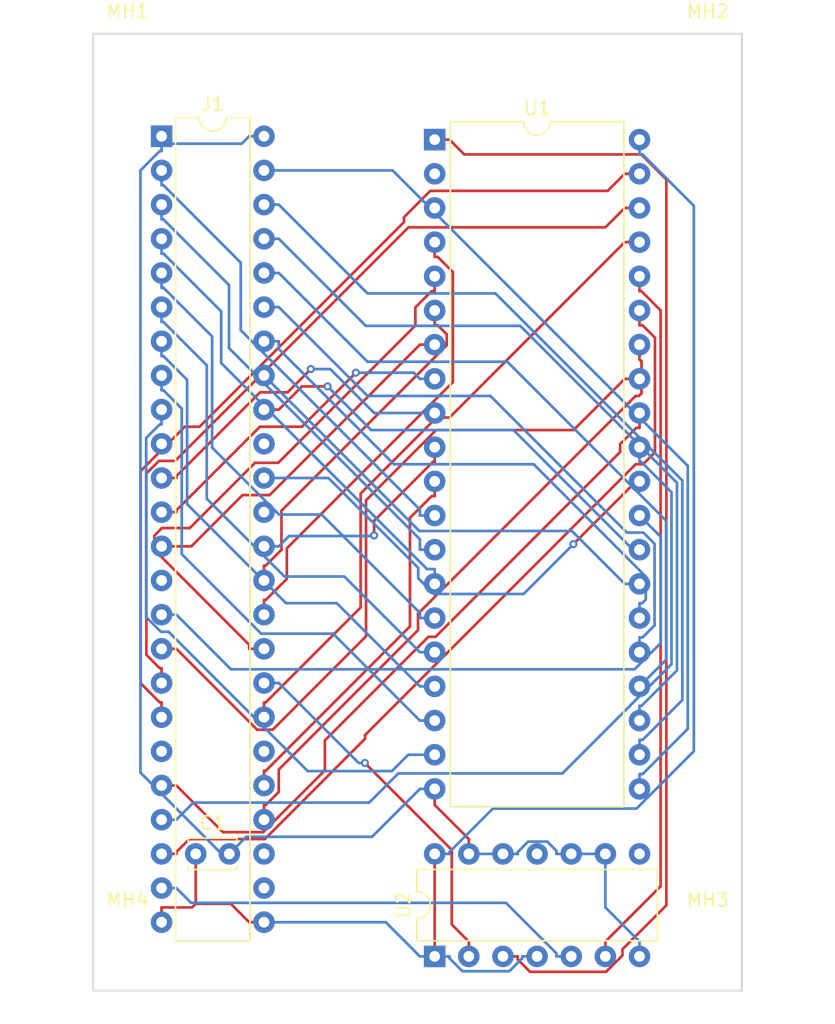
<source format=kicad_pcb>
(kicad_pcb (version 20211014) (generator pcbnew)
  (layers (0 "F.Cu" signal) (31 "B.Cu" signal) (34 "B.Paste" user) (35 "F.Paste" user) (36 "B.SilkS" user "B.Silkscreen") (37 "F.SilkS" user "F.Silkscreen") (38 "B.Mask" user) (39 "F.Mask" user) (44 "Edge.Cuts" user))
  (net 0 "")
  (net 1 "VCC")
  (net 2 "GND")
  (net 3 "Net-(J1-Pad30)")
  (net 4 "/P26")
  (net 5 "Net-(J1-Pad27)")
  (net 6 "/P27")
  (net 7 "/P47")
  (net 8 "/P46")
  (net 9 "Net-(J1-Pad26)")
  (net 10 "Net-(J1-Pad19)")
  (net 11 "/P25")
  (net 12 "/P24")
  (net 13 "/P23")
  (net 14 "/P22")
  (net 15 "/P21")
  (net 16 "/P20")
  (net 17 "/P34")
  (net 18 "Net-(J1-Pad10)")
  (net 19 "/P35")
  (net 20 "/P17")
  (net 21 "/P36")
  (net 22 "/P16")
  (net 23 "Net-(J1-Pad39)")
  (net 24 "/P15")
  (net 25 "/P40")
  (net 26 "/P14")
  (net 27 "/P13")
  (net 28 "/P42")
  (net 29 "/P12")
  (net 30 "/P11")
  (net 31 "/P44")
  (net 32 "/P10")
  (net 33 "/P45")
  (net 34 "Net-(U2-Pad11)")
  (net 35 "Net-(U2-Pad8)")
  (net 36 "Net-(U1-Pad3)")
  (net 37 "/P50")
  (net 38 "/P43")
  (net 39 "/P52")
  (net 40 "/P30")
  (net 41 "/P31")
  (net 42 "/P32")
  (net 43 "/P37")
  (net 44 "/P51")
  (net 45 "/P55")
  (net 46 "/P54")
  (net 47 "Net-(J1-Pad37)")
  (net 48 "Net-(U1-Pad36)")
  (net 49 "Net-(U1-Pad2)")
  (net 50 "Net-(U1-Pad1)")
  (net 51 "/P53")
  (net 52 "Net-(J1-Pad14)")
  (footprint "MountingHole:MountingHole_3.2mm_M3" (layer "F.Cu") (at 101 70)
    (fp_text reference "MH1" (at 0 -4.2) (layer "F.SilkS"))
    (fp_text value "MountingHole_3.2mm_M3")
    (pad "" np_thru_hole circle locked (at 0 0) (size 3.2 3.2) (drill 3.2) (layers *.Cu *.Mask))
  )
  (footprint "MountingHole:MountingHole_3.2mm_M3" (layer "F.Cu") (at 144.18 70)
    (fp_text reference "MH2" (at 0 -4.2) (layer "F.SilkS"))
    (fp_text value "MountingHole_3.2mm_M3")
    (pad "" np_thru_hole circle locked (at 0 0) (size 3.2 3.2) (drill 3.2) (layers *.Cu *.Mask))
  )
  (footprint "MountingHole:MountingHole_3.2mm_M3" (layer "F.Cu") (at 144.18 136.04)
    (fp_text reference "MH3" (at 0 -4.2) (layer "F.SilkS"))
    (fp_text value "MountingHole_3.2mm_M3")
    (pad "" np_thru_hole circle locked (at 0 0) (size 3.2 3.2) (drill 3.2) (layers *.Cu *.Mask))
  )
  (footprint "MountingHole:MountingHole_3.2mm_M3" (layer "F.Cu") (at 101 136.04)
    (fp_text reference "MH4" (at 0 -4.2) (layer "F.SilkS"))
    (fp_text value "MountingHole_3.2mm_M3")
    (pad "" np_thru_hole circle locked (at 0 0) (size 3.2 3.2) (drill 3.2) (layers *.Cu *.Mask))
  )
  (footprint "Capacitor_THT:C_Disc_D3.4mm_W2.1mm_P2.50mm" (layer "F.Cu") (at 106.08 128.42)
    (fp_text reference "C1" (at 1.25 -2.3) (layer "F.SilkS"))
    (fp_text value "0.1u")
    (fp_line (start -0.57 1.17) (end 3.07 1.17) (layer "F.SilkS") (width 0.12))
    (fp_line (start -0.57 -1.17) (end 3.07 -1.17) (layer "F.SilkS") (width 0.12))
    (fp_line (start 3.07 0.925) (end 3.07 1.17) (layer "F.SilkS") (width 0.12))
    (fp_line (start -0.57 -1.17) (end -0.57 -0.925) (layer "F.SilkS") (width 0.12))
    (fp_line (start -0.57 0.925) (end -0.57 1.17) (layer "F.SilkS") (width 0.12))
    (fp_line (start 3.07 -1.17) (end 3.07 -0.925) (layer "F.SilkS") (width 0.12))
    (pad "1" thru_hole circle locked (at 0 0) (size 1.6 1.6) (drill 0.8) (layers *.Cu *.Mask) (net 1 "VCC"))
    (pad "2" thru_hole circle locked (at 2.5 0) (size 1.6 1.6) (drill 0.8) (layers *.Cu *.Mask) (net 2 "GND"))
  )
  (footprint "0-LocalLibrary:DIP-48_W7.62mm" (layer "F.Cu") (at 103.54 75.08)
    (fp_text reference "J1" (at 3.81 -2.39) (layer "F.SilkS"))
    (fp_text value "BionicConnector")
    (fp_line (start 1.04 18.93) (end 1.04 59.81) (layer "F.SilkS") (width 0.12))
    (fp_line (start 6.58 -1.39) (end 4.81 -1.39) (layer "F.SilkS") (width 0.12))
    (fp_line (start 1.04 59.81) (end 6.58 59.81) (layer "F.SilkS") (width 0.12))
    (fp_line (start 1.04 -1.39) (end 1.04 39.49) (layer "F.SilkS") (width 0.12))
    (fp_line (start 6.58 59.81) (end 6.58 18.93) (layer "F.SilkS") (width 0.12))
    (fp_line (start 6.58 39.49) (end 6.58 -1.39) (layer "F.SilkS") (width 0.12))
    (fp_line (start 2.81 -1.39) (end 1.04 -1.39) (layer "F.SilkS") (width 0.12))
    (fp_arc (start 4.81 -1.39) (mid 3.81 -0.39) (end 2.81 -1.39) (layer "F.SilkS") (width 0.12))
    (pad "1" thru_hole rect locked (at 0 0) (size 1.6 1.6) (drill 0.8) (layers *.Cu *.Mask) (net 2 "GND"))
    (pad "2" thru_hole oval locked (at 0 2.54) (size 1.6 1.6) (drill 0.8) (layers *.Cu *.Mask) (net 32 "/P10"))
    (pad "3" thru_hole oval locked (at 0 5.08) (size 1.6 1.6) (drill 0.8) (layers *.Cu *.Mask) (net 30 "/P11"))
    (pad "4" thru_hole oval locked (at 0 7.62) (size 1.6 1.6) (drill 0.8) (layers *.Cu *.Mask) (net 29 "/P12"))
    (pad "5" thru_hole oval locked (at 0 10.16) (size 1.6 1.6) (drill 0.8) (layers *.Cu *.Mask) (net 27 "/P13"))
    (pad "6" thru_hole oval locked (at 0 12.7) (size 1.6 1.6) (drill 0.8) (layers *.Cu *.Mask) (net 26 "/P14"))
    (pad "7" thru_hole oval locked (at 0 15.24) (size 1.6 1.6) (drill 0.8) (layers *.Cu *.Mask) (net 24 "/P15"))
    (pad "8" thru_hole oval locked (at 0 17.78) (size 1.6 1.6) (drill 0.8) (layers *.Cu *.Mask) (net 22 "/P16"))
    (pad "9" thru_hole oval locked (at 0 20.32) (size 1.6 1.6) (drill 0.8) (layers *.Cu *.Mask) (net 20 "/P17"))
    (pad "10" thru_hole oval locked (at 0 22.86) (size 1.6 1.6) (drill 0.8) (layers *.Cu *.Mask) (net 18 "Net-(J1-Pad10)"))
    (pad "11" thru_hole oval locked (at 0 25.4) (size 1.6 1.6) (drill 0.8) (layers *.Cu *.Mask) (net 40 "/P30"))
    (pad "12" thru_hole oval locked (at 0 27.94) (size 1.6 1.6) (drill 0.8) (layers *.Cu *.Mask) (net 41 "/P31"))
    (pad "13" thru_hole oval locked (at 0 30.48) (size 1.6 1.6) (drill 0.8) (layers *.Cu *.Mask) (net 42 "/P32"))
    (pad "14" thru_hole oval locked (at 0 33.02) (size 1.6 1.6) (drill 0.8) (layers *.Cu *.Mask) (net 52 "Net-(J1-Pad14)"))
    (pad "15" thru_hole oval locked (at 0 35.56) (size 1.6 1.6) (drill 0.8) (layers *.Cu *.Mask) (net 17 "/P34"))
    (pad "16" thru_hole oval locked (at 0 38.1) (size 1.6 1.6) (drill 0.8) (layers *.Cu *.Mask) (net 19 "/P35"))
    (pad "17" thru_hole oval locked (at 0 40.64) (size 1.6 1.6) (drill 0.8) (layers *.Cu *.Mask) (net 21 "/P36"))
    (pad "18" thru_hole oval locked (at 0 43.18) (size 1.6 1.6) (drill 0.8) (layers *.Cu *.Mask) (net 43 "/P37"))
    (pad "19" thru_hole oval locked (at 0 45.72) (size 1.6 1.6) (drill 0.8) (layers *.Cu *.Mask) (net 10 "Net-(J1-Pad19)"))
    (pad "20" thru_hole oval locked (at 0 48.26) (size 1.6 1.6) (drill 0.8) (layers *.Cu *.Mask) (net 37 "/P50"))
    (pad "21" thru_hole oval locked (at 0 50.8) (size 1.6 1.6) (drill 0.8) (layers *.Cu *.Mask) (net 44 "/P51"))
    (pad "22" thru_hole oval locked (at 0 53.34) (size 1.6 1.6) (drill 0.8) (layers *.Cu *.Mask) (net 39 "/P52"))
    (pad "23" thru_hole oval locked (at 0 55.88) (size 1.6 1.6) (drill 0.8) (layers *.Cu *.Mask) (net 51 "/P53"))
    (pad "24" thru_hole oval locked (at 0 58.42) (size 1.6 1.6) (drill 0.8) (layers *.Cu *.Mask) (net 1 "VCC"))
    (pad "25" thru_hole oval locked (at 7.62 58.42) (size 1.6 1.6) (drill 0.8) (layers *.Cu *.Mask) (net 1 "VCC"))
    (pad "26" thru_hole oval locked (at 7.62 55.88) (size 1.6 1.6) (drill 0.8) (layers *.Cu *.Mask) (net 9 "Net-(J1-Pad26)"))
    (pad "27" thru_hole oval locked (at 7.62 53.34) (size 1.6 1.6) (drill 0.8) (layers *.Cu *.Mask) (net 5 "Net-(J1-Pad27)"))
    (pad "28" thru_hole oval locked (at 7.62 50.8) (size 1.6 1.6) (drill 0.8) (layers *.Cu *.Mask) (net 45 "/P55"))
    (pad "29" thru_hole oval locked (at 7.62 48.26) (size 1.6 1.6) (drill 0.8) (layers *.Cu *.Mask) (net 46 "/P54"))
    (pad "30" thru_hole oval locked (at 7.62 45.72) (size 1.6 1.6) (drill 0.8) (layers *.Cu *.Mask) (net 3 "Net-(J1-Pad30)"))
    (pad "31" thru_hole oval locked (at 7.62 43.18) (size 1.6 1.6) (drill 0.8) (layers *.Cu *.Mask) (net 7 "/P47"))
    (pad "32" thru_hole oval locked (at 7.62 40.64) (size 1.6 1.6) (drill 0.8) (layers *.Cu *.Mask) (net 8 "/P46"))
    (pad "33" thru_hole oval locked (at 7.62 38.1) (size 1.6 1.6) (drill 0.8) (layers *.Cu *.Mask) (net 33 "/P45"))
    (pad "34" thru_hole oval locked (at 7.62 35.56) (size 1.6 1.6) (drill 0.8) (layers *.Cu *.Mask) (net 31 "/P44"))
    (pad "35" thru_hole oval locked (at 7.62 33.02) (size 1.6 1.6) (drill 0.8) (layers *.Cu *.Mask) (net 38 "/P43"))
    (pad "36" thru_hole oval locked (at 7.62 30.48) (size 1.6 1.6) (drill 0.8) (layers *.Cu *.Mask) (net 28 "/P42"))
    (pad "37" thru_hole oval locked (at 7.62 27.94) (size 1.6 1.6) (drill 0.8) (layers *.Cu *.Mask) (net 47 "Net-(J1-Pad37)"))
    (pad "38" thru_hole oval locked (at 7.62 25.4) (size 1.6 1.6) (drill 0.8) (layers *.Cu *.Mask) (net 25 "/P40"))
    (pad "39" thru_hole oval locked (at 7.62 22.86) (size 1.6 1.6) (drill 0.8) (layers *.Cu *.Mask) (net 23 "Net-(J1-Pad39)"))
    (pad "40" thru_hole oval locked (at 7.62 20.32) (size 1.6 1.6) (drill 0.8) (layers *.Cu *.Mask) (net 6 "/P27"))
    (pad "41" thru_hole oval locked (at 7.62 17.78) (size 1.6 1.6) (drill 0.8) (layers *.Cu *.Mask) (net 4 "/P26"))
    (pad "42" thru_hole oval locked (at 7.62 15.24) (size 1.6 1.6) (drill 0.8) (layers *.Cu *.Mask) (net 11 "/P25"))
    (pad "43" thru_hole oval locked (at 7.62 12.7) (size 1.6 1.6) (drill 0.8) (layers *.Cu *.Mask) (net 12 "/P24"))
    (pad "44" thru_hole oval locked (at 7.62 10.16) (size 1.6 1.6) (drill 0.8) (layers *.Cu *.Mask) (net 13 "/P23"))
    (pad "45" thru_hole oval locked (at 7.62 7.62) (size 1.6 1.6) (drill 0.8) (layers *.Cu *.Mask) (net 14 "/P22"))
    (pad "46" thru_hole oval locked (at 7.62 5.08) (size 1.6 1.6) (drill 0.8) (layers *.Cu *.Mask) (net 15 "/P21"))
    (pad "47" thru_hole oval locked (at 7.62 2.54) (size 1.6 1.6) (drill 0.8) (layers *.Cu *.Mask) (net 16 "/P20"))
    (pad "48" thru_hole oval locked (at 7.62 0) (size 1.6 1.6) (drill 0.8) (layers *.Cu *.Mask) (net 2 "GND"))
  )
  (footprint "Package_DIP:DIP-40_W15.24mm" (layer "F.Cu") (at 123.86 75.33)
    (fp_text reference "U1" (at 7.62 -2.33) (layer "F.SilkS"))
    (fp_text value "MSM80C85AH")
    (fp_line (start 6.62 -1.33) (end 1.16 -1.33) (layer "F.SilkS") (width 0.12))
    (fp_line (start 14.08 49.59) (end 14.08 -1.33) (layer "F.SilkS") (width 0.12))
    (fp_line (start 1.16 49.59) (end 14.08 49.59) (layer "F.SilkS") (width 0.12))
    (fp_line (start 14.08 -1.33) (end 8.62 -1.33) (layer "F.SilkS") (width 0.12))
    (fp_line (start 1.16 -1.33) (end 1.16 49.59) (layer "F.SilkS") (width 0.12))
    (fp_arc (start 8.62 -1.33) (mid 7.62 -0.33) (end 6.62 -1.33) (layer "F.SilkS") (width 0.12))
    (pad "1" thru_hole rect locked (at 0 0) (size 1.6 1.6) (drill 0.8) (layers *.Cu *.Mask) (net 50 "Net-(U1-Pad1)"))
    (pad "2" thru_hole oval locked (at 0 2.54) (size 1.6 1.6) (drill 0.8) (layers *.Cu *.Mask) (net 49 "Net-(U1-Pad2)"))
    (pad "3" thru_hole oval locked (at 0 5.08) (size 1.6 1.6) (drill 0.8) (layers *.Cu *.Mask) (net 36 "Net-(U1-Pad3)"))
    (pad "4" thru_hole oval locked (at 0 7.62) (size 1.6 1.6) (drill 0.8) (layers *.Cu *.Mask) (net 31 "/P44"))
    (pad "5" thru_hole oval locked (at 0 10.16) (size 1.6 1.6) (drill 0.8) (layers *.Cu *.Mask) (net 33 "/P45"))
    (pad "6" thru_hole oval locked (at 0 12.7) (size 1.6 1.6) (drill 0.8) (layers *.Cu *.Mask) (net 38 "/P43"))
    (pad "7" thru_hole oval locked (at 0 15.24) (size 1.6 1.6) (drill 0.8) (layers *.Cu *.Mask) (net 42 "/P32"))
    (pad "8" thru_hole oval locked (at 0 17.78) (size 1.6 1.6) (drill 0.8) (layers *.Cu *.Mask) (net 41 "/P31"))
    (pad "9" thru_hole oval locked (at 0 20.32) (size 1.6 1.6) (drill 0.8) (layers *.Cu *.Mask) (net 40 "/P30"))
    (pad "10" thru_hole oval locked (at 0 22.86) (size 1.6 1.6) (drill 0.8) (layers *.Cu *.Mask) (net 28 "/P42"))
    (pad "11" thru_hole oval locked (at 0 25.4) (size 1.6 1.6) (drill 0.8) (layers *.Cu *.Mask) (net 46 "/P54"))
    (pad "12" thru_hole oval locked (at 0 27.94) (size 1.6 1.6) (drill 0.8) (layers *.Cu *.Mask) (net 32 "/P10"))
    (pad "13" thru_hole oval locked (at 0 30.48) (size 1.6 1.6) (drill 0.8) (layers *.Cu *.Mask) (net 30 "/P11"))
    (pad "14" thru_hole oval locked (at 0 33.02) (size 1.6 1.6) (drill 0.8) (layers *.Cu *.Mask) (net 29 "/P12"))
    (pad "15" thru_hole oval locked (at 0 35.56) (size 1.6 1.6) (drill 0.8) (layers *.Cu *.Mask) (net 27 "/P13"))
    (pad "16" thru_hole oval locked (at 0 38.1) (size 1.6 1.6) (drill 0.8) (layers *.Cu *.Mask) (net 26 "/P14"))
    (pad "17" thru_hole oval locked (at 0 40.64) (size 1.6 1.6) (drill 0.8) (layers *.Cu *.Mask) (net 24 "/P15"))
    (pad "18" thru_hole oval locked (at 0 43.18) (size 1.6 1.6) (drill 0.8) (layers *.Cu *.Mask) (net 22 "/P16"))
    (pad "19" thru_hole oval locked (at 0 45.72) (size 1.6 1.6) (drill 0.8) (layers *.Cu *.Mask) (net 20 "/P17"))
    (pad "20" thru_hole oval locked (at 0 48.26) (size 1.6 1.6) (drill 0.8) (layers *.Cu *.Mask) (net 2 "GND"))
    (pad "21" thru_hole oval locked (at 15.24 48.26) (size 1.6 1.6) (drill 0.8) (layers *.Cu *.Mask) (net 16 "/P20"))
    (pad "22" thru_hole oval locked (at 15.24 45.72) (size 1.6 1.6) (drill 0.8) (layers *.Cu *.Mask) (net 15 "/P21"))
    (pad "23" thru_hole oval locked (at 15.24 43.18) (size 1.6 1.6) (drill 0.8) (layers *.Cu *.Mask) (net 14 "/P22"))
    (pad "24" thru_hole oval locked (at 15.24 40.64) (size 1.6 1.6) (drill 0.8) (layers *.Cu *.Mask) (net 13 "/P23"))
    (pad "25" thru_hole oval locked (at 15.24 38.1) (size 1.6 1.6) (drill 0.8) (layers *.Cu *.Mask) (net 12 "/P24"))
    (pad "26" thru_hole oval locked (at 15.24 35.56) (size 1.6 1.6) (drill 0.8) (layers *.Cu *.Mask) (net 11 "/P25"))
    (pad "27" thru_hole oval locked (at 15.24 33.02) (size 1.6 1.6) (drill 0.8) (layers *.Cu *.Mask) (net 4 "/P26"))
    (pad "28" thru_hole oval locked (at 15.24 30.48) (size 1.6 1.6) (drill 0.8) (layers *.Cu *.Mask) (net 6 "/P27"))
    (pad "29" thru_hole oval locked (at 15.24 27.94) (size 1.6 1.6) (drill 0.8) (layers *.Cu *.Mask) (net 17 "/P34"))
    (pad "30" thru_hole oval locked (at 15.24 25.4) (size 1.6 1.6) (drill 0.8) (layers *.Cu *.Mask) (net 25 "/P40"))
    (pad "31" thru_hole oval locked (at 15.24 22.86) (size 1.6 1.6) (drill 0.8) (layers *.Cu *.Mask) (net 44 "/P51"))
    (pad "32" thru_hole oval locked (at 15.24 20.32) (size 1.6 1.6) (drill 0.8) (layers *.Cu *.Mask) (net 37 "/P50"))
    (pad "33" thru_hole oval locked (at 15.24 17.78) (size 1.6 1.6) (drill 0.8) (layers *.Cu *.Mask) (net 19 "/P35"))
    (pad "34" thru_hole oval locked (at 15.24 15.24) (size 1.6 1.6) (drill 0.8) (layers *.Cu *.Mask) (net 45 "/P55"))
    (pad "35" thru_hole oval locked (at 15.24 12.7) (size 1.6 1.6) (drill 0.8) (layers *.Cu *.Mask) (net 39 "/P52"))
    (pad "36" thru_hole oval locked (at 15.24 10.16) (size 1.6 1.6) (drill 0.8) (layers *.Cu *.Mask) (net 48 "Net-(U1-Pad36)"))
    (pad "37" thru_hole oval locked (at 15.24 7.62) (size 1.6 1.6) (drill 0.8) (layers *.Cu *.Mask) (net 7 "/P47"))
    (pad "38" thru_hole oval locked (at 15.24 5.08) (size 1.6 1.6) (drill 0.8) (layers *.Cu *.Mask) (net 21 "/P36"))
    (pad "39" thru_hole oval locked (at 15.24 2.54) (size 1.6 1.6) (drill 0.8) (layers *.Cu *.Mask) (net 43 "/P37"))
    (pad "40" thru_hole oval locked (at 15.24 0) (size 1.6 1.6) (drill 0.8) (layers *.Cu *.Mask) (net 1 "VCC"))
  )
  (footprint "Package_DIP:DIP-14_W7.62mm" (layer "F.Cu") (at 123.86 136.04 90)
    (fp_text reference "U2" (at 3.81 -2.33 90) (layer "F.SilkS"))
    (fp_text value "74HCT126")
    (fp_line (start 2.81 -1.33) (end 1.16 -1.33) (layer "F.SilkS") (width 0.12))
    (fp_line (start 1.16 16.57) (end 6.46 16.57) (layer "F.SilkS") (width 0.12))
    (fp_line (start 6.46 -1.33) (end 4.81 -1.33) (layer "F.SilkS") (width 0.12))
    (fp_line (start 1.16 -1.33) (end 1.16 16.57) (layer "F.SilkS") (width 0.12))
    (fp_line (start 6.46 16.57) (end 6.46 -1.33) (layer "F.SilkS") (width 0.12))
    (fp_arc (start 4.81 -1.33) (mid 3.81 -0.33) (end 2.81 -1.33) (layer "F.SilkS") (width 0.12))
    (pad "1" thru_hole rect locked (at 0 0 90) (size 1.6 1.6) (drill 0.8) (layers *.Cu *.Mask) (net 1 "VCC"))
    (pad "2" thru_hole oval locked (at 0 2.54 90) (size 1.6 1.6) (drill 0.8) (layers *.Cu *.Mask) (net 8 "/P46"))
    (pad "3" thru_hole oval locked (at 0 5.08 90) (size 1.6 1.6) (drill 0.8) (layers *.Cu *.Mask) (net 50 "Net-(U1-Pad1)"))
    (pad "4" thru_hole oval locked (at 0 7.62 90) (size 1.6 1.6) (drill 0.8) (layers *.Cu *.Mask) (net 1 "VCC"))
    (pad "5" thru_hole oval locked (at 0 10.16 90) (size 1.6 1.6) (drill 0.8) (layers *.Cu *.Mask) (net 51 "/P53"))
    (pad "6" thru_hole oval locked (at 0 12.7 90) (size 1.6 1.6) (drill 0.8) (layers *.Cu *.Mask) (net 48 "Net-(U1-Pad36)"))
    (pad "7" thru_hole oval locked (at 0 15.24 90) (size 1.6 1.6) (drill 0.8) (layers *.Cu *.Mask) (net 2 "GND"))
    (pad "8" thru_hole oval locked (at 7.62 15.24 90) (size 1.6 1.6) (drill 0.8) (layers *.Cu *.Mask) (net 35 "Net-(U2-Pad8)"))
    (pad "9" thru_hole oval locked (at 7.62 12.7 90) (size 1.6 1.6) (drill 0.8) (layers *.Cu *.Mask) (net 2 "GND"))
    (pad "10" thru_hole oval locked (at 7.62 10.16 90) (size 1.6 1.6) (drill 0.8) (layers *.Cu *.Mask) (net 2 "GND"))
    (pad "11" thru_hole oval locked (at 7.62 7.62 90) (size 1.6 1.6) (drill 0.8) (layers *.Cu *.Mask) (net 34 "Net-(U2-Pad11)"))
    (pad "12" thru_hole oval locked (at 7.62 5.08 90) (size 1.6 1.6) (drill 0.8) (layers *.Cu *.Mask) (net 2 "GND"))
    (pad "13" thru_hole oval locked (at 7.62 2.54 90) (size 1.6 1.6) (drill 0.8) (layers *.Cu *.Mask) (net 2 "GND"))
    (pad "14" thru_hole oval locked (at 7.62 0 90) (size 1.6 1.6) (drill 0.8) (layers *.Cu *.Mask) (net 1 "VCC"))
  )
  (gr_line (start 98.46 138.58) (end 98.46 67.46) (layer "Edge.Cuts") (width 0.15))
  (gr_line (start 146.72 138.58) (end 98.46 138.58) (layer "Edge.Cuts") (width 0.15))
  (gr_line (start 98.46 67.46) (end 146.72 67.46) (layer "Edge.Cuts") (width 0.15))
  (gr_line (start 146.72 67.46) (end 146.72 138.58) (layer "Edge.Cuts") (width 0.15))
  (segment (start 106.08 132.1299) (end 108.6896 132.1299) (width 0.2) (layer "F.Cu") (net 1))
  (segment (start 108.6896 132.1299) (end 110.0597 133.5) (width 0.2) (layer "F.Cu") (net 1))
  (segment (start 111.16 133.5) (end 110.0597 133.5) (width 0.2) (layer "F.Cu") (net 1))
  (segment (start 106.08 128.42) (end 106.08 132.1299) (width 0.2) (layer "F.Cu") (net 1))
  (segment (start 105.8102 132.3997) (end 106.08 132.1299) (width 0.2) (layer "F.Cu") (net 1))
  (segment (start 103.54 132.3997) (end 105.8102 132.3997) (width 0.2) (layer "F.Cu") (net 1))
  (segment (start 123.86 136.04) (end 123.86 128.42) (width 0.2) (layer "F.Cu") (net 1))
  (segment (start 103.54 133.5) (end 103.54 132.3997) (width 0.2) (layer "F.Cu") (net 1))
  (segment (start 120.2197 133.5) (end 122.7597 136.04) (width 0.2) (layer "B.Cu") (net 1))
  (segment (start 123.86 136.04) (end 124.9603 136.04) (width 0.2) (layer "B.Cu") (net 1))
  (segment (start 123.86 136.04) (end 122.7597 136.04) (width 0.2) (layer "B.Cu") (net 1))
  (segment (start 125.9229 137.1403) (end 124.9603 136.1777) (width 0.2) (layer "B.Cu") (net 1))
  (segment (start 129.4169 137.1403) (end 125.9229 137.1403) (width 0.2) (layer "B.Cu") (net 1))
  (segment (start 131.48 136.04) (end 130.3797 136.04) (width 0.2) (layer "B.Cu") (net 1))
  (segment (start 143.1435 120.7907) (end 143.1435 80.2458) (width 0.2) (layer "B.Cu") (net 1))
  (segment (start 111.16 133.5) (end 120.2197 133.5) (width 0.2) (layer "B.Cu") (net 1))
  (segment (start 124.9603 128.2825) (end 128.191 125.0518) (width 0.2) (layer "B.Cu") (net 1))
  (segment (start 124.9603 128.42) (end 124.9603 128.2825) (width 0.2) (layer "B.Cu") (net 1))
  (segment (start 124.9603 136.1777) (end 124.9603 136.04) (width 0.2) (layer "B.Cu") (net 1))
  (segment (start 130.3797 136.1775) (end 129.4169 137.1403) (width 0.2) (layer "B.Cu") (net 1))
  (segment (start 130.3797 136.04) (end 130.3797 136.1775) (width 0.2) (layer "B.Cu") (net 1))
  (segment (start 139.1 75.33) (end 139.1 76.4303) (width 0.2) (layer "B.Cu") (net 1))
  (segment (start 138.8824 125.0518) (end 143.1435 120.7907) (width 0.2) (layer "B.Cu") (net 1))
  (segment (start 123.86 128.42) (end 124.9603 128.42) (width 0.2) (layer "B.Cu") (net 1))
  (segment (start 139.328 76.4303) (end 139.1 76.4303) (width 0.2) (layer "B.Cu") (net 1))
  (segment (start 143.1435 80.2458) (end 139.328 76.4303) (width 0.2) (layer "B.Cu") (net 1))
  (segment (start 128.191 125.0518) (end 138.8824 125.0518) (width 0.2) (layer "B.Cu") (net 1))
  (segment (start 126.4 128.42) (end 126.4 127.3197) (width 0.2) (layer "F.Cu") (net 2))
  (segment (start 123.86 123.59) (end 123.86 124.7797) (width 0.2) (layer "F.Cu") (net 2))
  (segment (start 123.86 124.7797) (end 126.4 127.3197) (width 0.2) (layer "F.Cu") (net 2))
  (segment (start 108.58 128.42) (end 109.85 127.15) (width 0.2) (layer "B.Cu") (net 2))
  (segment (start 128.94 128.42) (end 130.0403 128.42) (width 0.2) (layer "B.Cu") (net 2))
  (segment (start 130.0403 128.2825) (end 130.8153 127.5075) (width 0.2) (layer "B.Cu") (net 2))
  (segment (start 132.2352 127.5075) (end 132.9197 128.192) (width 0.2) (layer "B.Cu") (net 2))
  (segment (start 101.9672 77.6156) (end 103.4025 76.1803) (width 0.2) (layer "B.Cu") (net 2))
  (segment (start 132.9197 128.192) (end 132.9197 128.42) (width 0.2) (layer "B.Cu") (net 2))
  (segment (start 108.58 128.42) (end 108.0068 128.42) (width 0.2) (layer "B.Cu") (net 2))
  (segment (start 136.56 132.3997) (end 139.1 134.9397) (width 0.2) (layer "B.Cu") (net 2))
  (segment (start 126.4 128.42) (end 128.94 128.42) (width 0.2) (layer "B.Cu") (net 2))
  (segment (start 109.5096 75.6301) (end 110.0597 75.08) (width 0.2) (layer "B.Cu") (net 2))
  (segment (start 136.56 128.42) (end 136.56 132.3997) (width 0.2) (layer "B.Cu") (net 2))
  (segment (start 103.54 75.08) (end 103.54 75.6301) (width 0.2) (layer "B.Cu") (net 2))
  (segment (start 130.8153 127.5075) (end 132.2352 127.5075) (width 0.2) (layer "B.Cu") (net 2))
  (segment (start 134.02 128.42) (end 132.9197 128.42) (width 0.2) (layer "B.Cu") (net 2))
  (segment (start 119.1997 127.15) (end 122.7597 123.59) (width 0.2) (layer "B.Cu") (net 2))
  (segment (start 103.4025 76.1803) (end 103.54 76.1803) (width 0.2) (layer "B.Cu") (net 2))
  (segment (start 111.16 75.08) (end 110.0597 75.08) (width 0.2) (layer "B.Cu") (net 2))
  (segment (start 101.9672 122.3804) (end 101.9672 77.6156) (width 0.2) (layer "B.Cu") (net 2))
  (segment (start 103.54 75.6301) (end 103.54 76.1803) (width 0.2) (layer "B.Cu") (net 2))
  (segment (start 136.56 128.42) (end 134.02 128.42) (width 0.2) (layer "B.Cu") (net 2))
  (segment (start 103.54 75.6301) (end 109.5096 75.6301) (width 0.2) (layer "B.Cu") (net 2))
  (segment (start 123.86 123.59) (end 122.7597 123.59) (width 0.2) (layer "B.Cu") (net 2))
  (segment (start 139.1 136.04) (end 139.1 134.9397) (width 0.2) (layer "B.Cu") (net 2))
  (segment (start 108.0068 128.42) (end 101.9672 122.3804) (width 0.2) (layer "B.Cu") (net 2))
  (segment (start 109.85 127.15) (end 119.1997 127.15) (width 0.2) (layer "B.Cu") (net 2))
  (segment (start 130.0403 128.42) (end 130.0403 128.2825) (width 0.2) (layer "B.Cu") (net 2))
  (segment (start 139.1 108.35) (end 137.9997 108.35) (width 0.2) (layer "B.Cu") (net 4))
  (segment (start 111.16 92.86) (end 122.7188 104.4188) (width 0.2) (layer "B.Cu") (net 4))
  (segment (start 122.7188 104.4188) (end 134.0685 104.4188) (width 0.2) (layer "B.Cu") (net 4))
  (segment (start 134.0685 104.4188) (end 137.9997 108.35) (width 0.2) (layer "B.Cu") (net 4))
  (segment (start 112.2603 95.4) (end 113.9877 93.6726) (width 0.2) (layer "F.Cu") (net 6))
  (segment (start 113.9877 93.6726) (end 115.8922 93.6726) (width 0.2) (layer "F.Cu") (net 6))
  (segment (start 111.16 95.4) (end 112.2603 95.4) (width 0.2) (layer "F.Cu") (net 6))
  (via (at 115.8922 93.6726) (size 0.6) (drill 0.3) (layers "F.Cu" "B.Cu") (net 6))
  (segment (start 115.8922 93.6726) (end 119.1396 96.92) (width 0.2) (layer "B.Cu") (net 6))
  (segment (start 119.1396 96.92) (end 129.7267 96.92) (width 0.2) (layer "B.Cu") (net 6))
  (segment (start 138.6167 105.81) (end 139.1 105.81) (width 0.2) (layer "B.Cu") (net 6))
  (segment (start 129.7267 96.92) (end 138.6167 105.81) (width 0.2) (layer "B.Cu") (net 6))
  (segment (start 118.3524 101.6331) (end 118.3524 110.1048) (width 0.2) (layer "F.Cu") (net 7))
  (segment (start 111.2975 117.1597) (end 111.16 117.1597) (width 0.2) (layer "F.Cu") (net 7))
  (segment (start 111.16 118.26) (end 111.16 117.1597) (width 0.2) (layer "F.Cu") (net 7))
  (segment (start 139.1 82.95) (end 137.9997 82.95) (width 0.2) (layer "F.Cu") (net 7))
  (segment (start 123.9993 95.9862) (end 118.3524 101.6331) (width 0.2) (layer "F.Cu") (net 7))
  (segment (start 124.9635 95.9862) (end 123.9993 95.9862) (width 0.2) (layer "F.Cu") (net 7))
  (segment (start 118.3524 110.1048) (end 111.2975 117.1597) (width 0.2) (layer "F.Cu") (net 7))
  (segment (start 137.9997 82.95) (end 124.9635 95.9862) (width 0.2) (layer "F.Cu") (net 7))
  (segment (start 126.4 136.04) (end 126.4 134.9397) (width 0.2) (layer "F.Cu") (net 8))
  (segment (start 118.6661 121.6643) (end 125.13 128.1282) (width 0.2) (layer "F.Cu") (net 8))
  (segment (start 125.13 133.6697) (end 126.4 134.9397) (width 0.2) (layer "F.Cu") (net 8))
  (segment (start 125.13 128.1282) (end 125.13 133.6697) (width 0.2) (layer "F.Cu") (net 8))
  (via (at 118.6661 121.6643) (size 0.6) (drill 0.3) (layers "F.Cu" "B.Cu") (net 8))
  (segment (start 118.2046 121.6643) (end 118.6661 121.6643) (width 0.2) (layer "B.Cu") (net 8))
  (segment (start 111.16 115.72) (end 112.2603 115.72) (width 0.2) (layer "B.Cu") (net 8))
  (segment (start 112.2603 115.72) (end 118.2046 121.6643) (width 0.2) (layer "B.Cu") (net 8))
  (segment (start 139.1 110.89) (end 139.1 109.7897) (width 0.2) (layer "B.Cu") (net 11))
  (segment (start 139.5672 107.8024) (end 139.5672 109.516) (width 0.2) (layer "B.Cu") (net 11))
  (segment (start 139.2935 109.7897) (end 139.1 109.7897) (width 0.2) (layer "B.Cu") (net 11))
  (segment (start 120.8275 99.46) (end 131.2248 99.46) (width 0.2) (layer "B.Cu") (net 11))
  (segment (start 111.16 90.32) (end 112.2603 90.32) (width 0.2) (layer "B.Cu") (net 11))
  (segment (start 131.2248 99.46) (end 139.5672 107.8024) (width 0.2) (layer "B.Cu") (net 11))
  (segment (start 112.2603 90.8928) (end 120.8275 99.46) (width 0.2) (layer "B.Cu") (net 11))
  (segment (start 139.5672 109.516) (end 139.2935 109.7897) (width 0.2) (layer "B.Cu") (net 11))
  (segment (start 112.2603 90.32) (end 112.2603 90.8928) (width 0.2) (layer "B.Cu") (net 11))
  (segment (start 118.8603 94.38) (end 128.0031 94.38) (width 0.2) (layer "B.Cu") (net 12))
  (segment (start 112.2603 87.78) (end 118.8603 94.38) (width 0.2) (layer "B.Cu") (net 12))
  (segment (start 128.0031 94.38) (end 138.1631 104.54) (width 0.2) (layer "B.Cu") (net 12))
  (segment (start 139.1 113.43) (end 139.1 112.3297) (width 0.2) (layer "B.Cu") (net 12))
  (segment (start 140.2218 105.3746) (end 140.2218 111.4359) (width 0.2) (layer "B.Cu") (net 12))
  (segment (start 139.328 112.3297) (end 139.1 112.3297) (width 0.2) (layer "B.Cu") (net 12))
  (segment (start 138.1631 104.54) (end 139.3872 104.54) (width 0.2) (layer "B.Cu") (net 12))
  (segment (start 111.16 87.78) (end 112.2603 87.78) (width 0.2) (layer "B.Cu") (net 12))
  (segment (start 139.3872 104.54) (end 140.2218 105.3746) (width 0.2) (layer "B.Cu") (net 12))
  (segment (start 140.2218 111.4359) (end 139.328 112.3297) (width 0.2) (layer "B.Cu") (net 12))
  (segment (start 141.0782 113.9918) (end 139.1 115.97) (width 0.2) (layer "B.Cu") (net 13))
  (segment (start 129.2653 91.84) (end 141.0782 103.6529) (width 0.2) (layer "B.Cu") (net 13))
  (segment (start 112.2603 85.24) (end 118.8603 91.84) (width 0.2) (layer "B.Cu") (net 13))
  (segment (start 141.0782 103.6529) (end 141.0782 113.9918) (width 0.2) (layer "B.Cu") (net 13))
  (segment (start 111.16 85.24) (end 112.2603 85.24) (width 0.2) (layer "B.Cu") (net 13))
  (segment (start 118.8603 91.84) (end 129.2653 91.84) (width 0.2) (layer "B.Cu") (net 13))
  (segment (start 112.2603 82.7) (end 118.7308 89.1705) (width 0.2) (layer "B.Cu") (net 14))
  (segment (start 139.1 118.51) (end 139.1 117.4097) (width 0.2) (layer "B.Cu") (net 14))
  (segment (start 130.2248 89.1705) (end 141.8874 100.8331) (width 0.2) (layer "B.Cu") (net 14))
  (segment (start 118.7308 89.1705) (end 130.2248 89.1705) (width 0.2) (layer "B.Cu") (net 14))
  (segment (start 141.8874 114.7818) (end 139.2595 117.4097) (width 0.2) (layer "B.Cu") (net 14))
  (segment (start 139.2595 117.4097) (end 139.1 117.4097) (width 0.2) (layer "B.Cu") (net 14))
  (segment (start 141.8874 100.8331) (end 141.8874 114.7818) (width 0.2) (layer "B.Cu") (net 14))
  (segment (start 111.16 82.7) (end 112.2603 82.7) (width 0.2) (layer "B.Cu") (net 14))
  (segment (start 112.2603 80.16) (end 118.8603 86.76) (width 0.2) (layer "B.Cu") (net 15))
  (segment (start 142.2879 116.9898) (end 139.328 119.9497) (width 0.2) (layer "B.Cu") (net 15))
  (segment (start 139.328 119.9497) (end 139.1 119.9497) (width 0.2) (layer "B.Cu") (net 15))
  (segment (start 118.8603 86.76) (end 128.3807 86.76) (width 0.2) (layer "B.Cu") (net 15))
  (segment (start 139.1 121.05) (end 139.1 119.9497) (width 0.2) (layer "B.Cu") (net 15))
  (segment (start 128.3807 86.76) (end 142.2879 100.6672) (width 0.2) (layer "B.Cu") (net 15))
  (segment (start 111.16 80.16) (end 112.2603 80.16) (width 0.2) (layer "B.Cu") (net 15))
  (segment (start 142.2879 100.6672) (end 142.2879 116.9898) (width 0.2) (layer "B.Cu") (net 15))
  (segment (start 112.2603 77.62) (end 120.73 77.62) (width 0.2) (layer "B.Cu") (net 16))
  (segment (start 139.328 122.4897) (end 139.1 122.4897) (width 0.2) (layer "B.Cu") (net 16))
  (segment (start 142.6898 119.1279) (end 139.328 122.4897) (width 0.2) (layer "B.Cu") (net 16))
  (segment (start 120.73 77.62) (end 142.6898 99.5798) (width 0.2) (layer "B.Cu") (net 16))
  (segment (start 139.1 123.59) (end 139.1 122.4897) (width 0.2) (layer "B.Cu") (net 16))
  (segment (start 111.16 77.62) (end 112.2603 77.62) (width 0.2) (layer "B.Cu") (net 16))
  (segment (start 142.6898 99.5798) (end 142.6898 119.1279) (width 0.2) (layer "B.Cu") (net 16))
  (segment (start 140.6778 104.8478) (end 139.1 103.27) (width 0.2) (layer "B.Cu") (net 17))
  (segment (start 140.6778 112.752) (end 140.6778 104.8478) (width 0.2) (layer "B.Cu") (net 17))
  (segment (start 138.7298 114.7) (end 140.6778 112.752) (width 0.2) (layer "B.Cu") (net 17))
  (segment (start 104.6403 110.64) (end 108.7003 114.7) (width 0.2) (layer "B.Cu") (net 17))
  (segment (start 108.7003 114.7) (end 138.7298 114.7) (width 0.2) (layer "B.Cu") (net 17))
  (segment (start 103.54 110.64) (end 104.6403 110.64) (width 0.2) (layer "B.Cu") (net 17))
  (segment (start 118.7527 112.2455) (end 111.8063 119.1919) (width 0.2) (layer "F.Cu") (net 19))
  (segment (start 139.1 93.11) (end 137.9997 93.11) (width 0.2) (layer "F.Cu") (net 19))
  (segment (start 103.54 113.18) (end 104.6403 113.18) (width 0.2) (layer "F.Cu") (net 19))
  (segment (start 137.9997 93.11) (end 134.1897 96.92) (width 0.2) (layer "F.Cu") (net 19))
  (segment (start 134.1897 96.92) (end 123.9701 96.92) (width 0.2) (layer "F.Cu") (net 19))
  (segment (start 111.8063 119.1919) (end 110.6522 119.1919) (width 0.2) (layer "F.Cu") (net 19))
  (segment (start 118.7527 102.1374) (end 118.7527 112.2455) (width 0.2) (layer "F.Cu") (net 19))
  (segment (start 110.6522 119.1919) (end 104.6403 113.18) (width 0.2) (layer "F.Cu") (net 19))
  (segment (start 123.9701 96.92) (end 118.7527 102.1374) (width 0.2) (layer "F.Cu") (net 19))
  (segment (start 114.4136 122.2656) (end 120.6781 122.2656) (width 0.2) (layer "B.Cu") (net 20))
  (segment (start 102.394 110.8143) (end 103.4897 111.91) (width 0.2) (layer "B.Cu") (net 20))
  (segment (start 102.394 97.5088) (end 102.394 110.8143) (width 0.2) (layer "B.Cu") (net 20))
  (segment (start 103.4897 111.91) (end 104.058 111.91) (width 0.2) (layer "B.Cu") (net 20))
  (segment (start 103.54 96.5003) (end 103.4025 96.5003) (width 0.2) (layer "B.Cu") (net 20))
  (segment (start 103.54 95.4) (end 103.54 96.5003) (width 0.2) (layer "B.Cu") (net 20))
  (segment (start 121.8937 121.05) (end 123.86 121.05) (width 0.2) (layer "B.Cu") (net 20))
  (segment (start 120.6781 122.2656) (end 121.8937 121.05) (width 0.2) (layer "B.Cu") (net 20))
  (segment (start 104.058 111.91) (end 114.4136 122.2656) (width 0.2) (layer "B.Cu") (net 20))
  (segment (start 103.4025 96.5003) (end 102.394 97.5088) (width 0.2) (layer "B.Cu") (net 20))
  (segment (start 136.5601 81.8496) (end 137.9997 80.41) (width 0.2) (layer "F.Cu") (net 21))
  (segment (start 103.54 114.6197) (end 103.4025 114.6197) (width 0.2) (layer "F.Cu") (net 21))
  (segment (start 103.54 115.72) (end 103.54 114.6197) (width 0.2) (layer "F.Cu") (net 21))
  (segment (start 121.9065 81.8496) (end 136.5601 81.8496) (width 0.2) (layer "F.Cu") (net 21))
  (segment (start 102.41 100.1403) (end 103.3403 99.21) (width 0.2) (layer "F.Cu") (net 21))
  (segment (start 104.5461 99.21) (end 121.9065 81.8496) (width 0.2) (layer "F.Cu") (net 21))
  (segment (start 139.1 80.41) (end 137.9997 80.41) (width 0.2) (layer "F.Cu") (net 21))
  (segment (start 103.4025 114.6197) (end 102.41 113.6272) (width 0.2) (layer "F.Cu") (net 21))
  (segment (start 102.41 113.6272) (end 102.41 100.1403) (width 0.2) (layer "F.Cu") (net 21))
  (segment (start 103.3403 99.21) (end 104.5461 99.21) (width 0.2) (layer "F.Cu") (net 21))
  (segment (start 105.0406 95.3232) (end 103.6777 93.9603) (width 0.2) (layer "B.Cu") (net 22))
  (segment (start 103.6777 93.9603) (end 103.54 93.9603) (width 0.2) (layer "B.Cu") (net 22))
  (segment (start 103.54 92.86) (end 103.54 93.9603) (width 0.2) (layer "B.Cu") (net 22))
  (segment (start 122.7597 118.51) (end 116.3013 112.0516) (width 0.2) (layer "B.Cu") (net 22))
  (segment (start 116.3013 112.0516) (end 110.9509 112.0516) (width 0.2) (layer "B.Cu") (net 22))
  (segment (start 123.86 118.51) (end 122.7597 118.51) (width 0.2) (layer "B.Cu") (net 22))
  (segment (start 105.0406 106.1413) (end 105.0406 95.3232) (width 0.2) (layer "B.Cu") (net 22))
  (segment (start 110.9509 112.0516) (end 105.0406 106.1413) (width 0.2) (layer "B.Cu") (net 22))
  (segment (start 105.4409 93.1837) (end 103.6775 91.4203) (width 0.2) (layer "B.Cu") (net 24))
  (segment (start 123.86 115.97) (end 122.7597 115.97) (width 0.2) (layer "B.Cu") (net 24))
  (segment (start 116.5752 109.7855) (end 112.7978 109.7855) (width 0.2) (layer "B.Cu") (net 24))
  (segment (start 112.7978 109.7855) (end 105.4409 102.4286) (width 0.2) (layer "B.Cu") (net 24))
  (segment (start 103.54 90.32) (end 103.54 91.4203) (width 0.2) (layer "B.Cu") (net 24))
  (segment (start 122.7597 115.97) (end 116.5752 109.7855) (width 0.2) (layer "B.Cu") (net 24))
  (segment (start 103.6775 91.4203) (end 103.54 91.4203) (width 0.2) (layer "B.Cu") (net 24))
  (segment (start 105.4409 102.4286) (end 105.4409 93.1837) (width 0.2) (layer "B.Cu") (net 24))
  (segment (start 138.8494 100.73) (end 139.1 100.73) (width 0.2) (layer "F.Cu") (net 25))
  (segment (start 134.1797 105.3997) (end 138.8494 100.73) (width 0.2) (layer "F.Cu") (net 25))
  (via (at 134.1797 105.3997) (size 0.6) (drill 0.3) (layers "F.Cu" "B.Cu") (net 25))
  (segment (start 122.6367 107.162) (end 122.6367 107.931) (width 0.2) (layer "B.Cu") (net 25))
  (segment (start 130.4769 109.1025) (end 134.1797 105.3997) (width 0.2) (layer "B.Cu") (net 25))
  (segment (start 122.6367 107.931) (end 123.8082 109.1025) (width 0.2) (layer "B.Cu") (net 25))
  (segment (start 112.2603 100.48) (end 115.9547 100.48) (width 0.2) (layer "B.Cu") (net 25))
  (segment (start 115.9547 100.48) (end 122.6367 107.162) (width 0.2) (layer "B.Cu") (net 25))
  (segment (start 111.16 100.48) (end 112.2603 100.48) (width 0.2) (layer "B.Cu") (net 25))
  (segment (start 123.8082 109.1025) (end 130.4769 109.1025) (width 0.2) (layer "B.Cu") (net 25))
  (segment (start 106.9005 102.0209) (end 112.6824 107.8028) (width 0.2) (layer "B.Cu") (net 26))
  (segment (start 103.6778 88.8803) (end 106.9004 92.1029) (width 0.2) (layer "B.Cu") (net 26))
  (segment (start 112.6824 107.8028) (end 117.1325 107.8028) (width 0.2) (layer "B.Cu") (net 26))
  (segment (start 103.54 87.78) (end 103.54 88.8803) (width 0.2) (layer "B.Cu") (net 26))
  (segment (start 117.1325 107.8028) (end 122.7597 113.43) (width 0.2) (layer "B.Cu") (net 26))
  (segment (start 106.9004 92.1029) (end 106.9004 102.0209) (width 0.2) (layer "B.Cu") (net 26))
  (segment (start 103.54 88.8803) (end 103.6778 88.8803) (width 0.2) (layer "B.Cu") (net 26))
  (segment (start 106.9004 102.0209) (end 106.9005 102.0209) (width 0.2) (layer "B.Cu") (net 26))
  (segment (start 123.86 113.43) (end 122.7597 113.43) (width 0.2) (layer "B.Cu") (net 26))
  (segment (start 107.3008 89.9636) (end 107.3008 98.2221) (width 0.2) (layer "B.Cu") (net 27))
  (segment (start 112.2756 103.1968) (end 115.45 103.1968) (width 0.2) (layer "B.Cu") (net 27))
  (segment (start 122.7597 110.5065) (end 122.7597 110.89) (width 0.2) (layer "B.Cu") (net 27))
  (segment (start 103.54 85.24) (end 103.54 86.3403) (width 0.2) (layer "B.Cu") (net 27))
  (segment (start 115.45 103.1968) (end 122.7597 110.5065) (width 0.2) (layer "B.Cu") (net 27))
  (segment (start 123.86 110.89) (end 122.7597 110.89) (width 0.2) (layer "B.Cu") (net 27))
  (segment (start 107.3009 98.2221) (end 112.2756 103.1968) (width 0.2) (layer "B.Cu") (net 27))
  (segment (start 107.3008 98.2221) (end 107.3009 98.2221) (width 0.2) (layer "B.Cu") (net 27))
  (segment (start 103.54 86.3403) (end 103.6775 86.3403) (width 0.2) (layer "B.Cu") (net 27))
  (segment (start 103.6775 86.3403) (end 107.3008 89.9636) (width 0.2) (layer "B.Cu") (net 27))
  (segment (start 123.7225 99.2903) (end 119.353 103.6598) (width 0.2) (layer "F.Cu") (net 28))
  (segment (start 123.86 99.2903) (end 123.7225 99.2903) (width 0.2) (layer "F.Cu") (net 28))
  (segment (start 119.353 103.6598) (end 119.353 104.7506) (width 0.2) (layer "F.Cu") (net 28))
  (segment (start 123.86 98.19) (end 123.86 99.2903) (width 0.2) (layer "F.Cu") (net 28))
  (via (at 119.353 104.7506) (size 0.6) (drill 0.3) (layers "F.Cu" "B.Cu") (net 28))
  (segment (start 112.2603 105.56) (end 113.0283 104.792) (width 0.2) (layer "B.Cu") (net 28))
  (segment (start 113.0283 104.792) (end 119.3116 104.792) (width 0.2) (layer "B.Cu") (net 28))
  (segment (start 119.3116 104.792) (end 119.353 104.7506) (width 0.2) (layer "B.Cu") (net 28))
  (segment (start 111.16 105.56) (end 112.2603 105.56) (width 0.2) (layer "B.Cu") (net 28))
  (segment (start 107.9747 88.0975) (end 107.9747 91.9337) (width 0.2) (layer "B.Cu") (net 29))
  (segment (start 103.6775 83.8003) (end 107.9747 88.0975) (width 0.2) (layer "B.Cu") (net 29))
  (segment (start 123.86 108.35) (end 123.86 107.2497) (width 0.2) (layer "B.Cu") (net 29))
  (segment (start 103.54 82.7) (end 103.54 83.8003) (width 0.2) (layer "B.Cu") (net 29))
  (segment (start 103.54 83.8003) (end 103.6775 83.8003) (width 0.2) (layer "B.Cu") (net 29))
  (segment (start 123.2908 107.2497) (end 123.86 107.2497) (width 0.2) (layer "B.Cu") (net 29))
  (segment (start 107.9748 91.9337) (end 123.2908 107.2497) (width 0.2) (layer "B.Cu") (net 29))
  (segment (start 107.9747 91.9337) (end 107.9748 91.9337) (width 0.2) (layer "B.Cu") (net 29))
  (segment (start 103.54 81.2603) (end 103.6775 81.2603) (width 0.2) (layer "B.Cu") (net 30))
  (segment (start 123.86 105.81) (end 122.7597 105.81) (width 0.2) (layer "B.Cu") (net 30))
  (segment (start 103.6775 81.2603) (end 108.5608 86.1436) (width 0.2) (layer "B.Cu") (net 30))
  (segment (start 122.7597 105.0337) (end 122.7597 105.81) (width 0.2) (layer "B.Cu") (net 30))
  (segment (start 108.5608 86.1436) (end 108.5608 90.8348) (width 0.2) (layer "B.Cu") (net 30))
  (segment (start 103.54 80.16) (end 103.54 81.2603) (width 0.2) (layer "B.Cu") (net 30))
  (segment (start 108.5608 90.8348) (end 122.7597 105.0337) (width 0.2) (layer "B.Cu") (net 30))
  (segment (start 111.2975 109.5397) (end 112.861 107.9762) (width 0.2) (layer "F.Cu") (net 31))
  (segment (start 112.861 107.9762) (end 112.861 105.7084) (width 0.2) (layer "F.Cu") (net 31))
  (segment (start 123.86 82.95) (end 123.86 84.0503) (width 0.2) (layer "F.Cu") (net 31))
  (segment (start 125.2096 93.3598) (end 125.2096 85.1719) (width 0.2) (layer "F.Cu") (net 31))
  (segment (start 124.088 84.0503) (end 123.86 84.0503) (width 0.2) (layer "F.Cu") (net 31))
  (segment (start 112.861 105.7084) (end 125.2096 93.3598) (width 0.2) (layer "F.Cu") (net 31))
  (segment (start 111.16 109.5397) (end 111.2975 109.5397) (width 0.2) (layer "F.Cu") (net 31))
  (segment (start 111.16 110.64) (end 111.16 109.5397) (width 0.2) (layer "F.Cu") (net 31))
  (segment (start 125.2096 85.1719) (end 124.088 84.0503) (width 0.2) (layer "F.Cu") (net 31))
  (segment (start 109.4302 84.473) (end 109.4302 89.4978) (width 0.2) (layer "B.Cu") (net 32))
  (segment (start 109.4302 89.4978) (end 122.7597 102.8273) (width 0.2) (layer "B.Cu") (net 32))
  (segment (start 103.54 78.7203) (end 103.6775 78.7203) (width 0.2) (layer "B.Cu") (net 32))
  (segment (start 122.7597 102.8273) (end 122.7597 103.27) (width 0.2) (layer "B.Cu") (net 32))
  (segment (start 103.54 77.62) (end 103.54 78.7203) (width 0.2) (layer "B.Cu") (net 32))
  (segment (start 103.6775 78.7203) (end 109.4302 84.473) (width 0.2) (layer "B.Cu") (net 32))
  (segment (start 123.86 103.27) (end 122.7597 103.27) (width 0.2) (layer "B.Cu") (net 32))
  (segment (start 110.0597 112.8775) (end 103.0029 105.8207) (width 0.2) (layer "F.Cu") (net 33))
  (segment (start 103.0029 104.7677) (end 103.567 104.2036) (width 0.2) (layer "F.Cu") (net 33))
  (segment (start 111.16 113.18) (end 110.0597 113.18) (width 0.2) (layer "F.Cu") (net 33))
  (segment (start 122.4204 89.1537) (end 122.4204 87.8019) (width 0.2) (layer "F.Cu") (net 33))
  (segment (start 123.632 86.5903) (end 123.86 86.5903) (width 0.2) (layer "F.Cu") (net 33))
  (segment (start 122.4204 87.8019) (end 123.632 86.5903) (width 0.2) (layer "F.Cu") (net 33))
  (segment (start 110.4882 99.3516) (end 112.2225 99.3516) (width 0.2) (layer "F.Cu") (net 33))
  (segment (start 103.0029 105.8207) (end 103.0029 104.7677) (width 0.2) (layer "F.Cu") (net 33))
  (segment (start 110.0597 113.18) (end 110.0597 112.8775) (width 0.2) (layer "F.Cu") (net 33))
  (segment (start 103.567 104.2036) (end 105.6362 104.2036) (width 0.2) (layer "F.Cu") (net 33))
  (segment (start 105.6362 104.2036) (end 110.4882 99.3516) (width 0.2) (layer "F.Cu") (net 33))
  (segment (start 123.86 85.49) (end 123.86 86.5903) (width 0.2) (layer "F.Cu") (net 33))
  (segment (start 112.2225 99.3516) (end 122.4204 89.1537) (width 0.2) (layer "F.Cu") (net 33))
  (segment (start 111.095 126.8081) (end 108.1084 126.8081) (width 0.2) (layer "F.Cu") (net 37))
  (segment (start 138.872 96.7503) (end 137.6604 97.9619) (width 0.2) (layer "F.Cu") (net 37))
  (segment (start 115.6886 122.2145) (end 111.095 126.8081) (width 0.2) (layer "F.Cu") (net 37))
  (segment (start 108.1084 126.8081) (end 104.6403 123.34) (width 0.2) (layer "F.Cu") (net 37))
  (segment (start 103.54 123.34) (end 104.6403 123.34) (width 0.2) (layer "F.Cu") (net 37))
  (segment (start 123.3898 112.2871) (end 115.6886 119.9883) (width 0.2) (layer "F.Cu") (net 37))
  (segment (start 137.6604 98.5491) (end 123.9224 112.2871) (width 0.2) (layer "F.Cu") (net 37))
  (segment (start 115.6886 119.9883) (end 115.6886 122.2145) (width 0.2) (layer "F.Cu") (net 37))
  (segment (start 123.9224 112.2871) (end 123.3898 112.2871) (width 0.2) (layer "F.Cu") (net 37))
  (segment (start 139.1 96.7503) (end 138.872 96.7503) (width 0.2) (layer "F.Cu") (net 37))
  (segment (start 139.1 95.65) (end 139.1 96.7503) (width 0.2) (layer "F.Cu") (net 37))
  (segment (start 137.6604 97.9619) (end 137.6604 98.5491) (width 0.2) (layer "F.Cu") (net 37))
  (segment (start 112.4606 105.8172) (end 112.4606 102.9119) (width 0.2) (layer "F.Cu") (net 38))
  (segment (start 124.757 90.6155) (end 124.757 89.7993) (width 0.2) (layer "F.Cu") (net 38))
  (segment (start 124.757 89.7993) (end 124.088 89.1303) (width 0.2) (layer "F.Cu") (net 38))
  (segment (start 124.088 89.1303) (end 123.86 89.1303) (width 0.2) (layer "F.Cu") (net 38))
  (segment (start 111.16 108.1) (end 111.16 106.9997) (width 0.2) (layer "F.Cu") (net 38))
  (segment (start 112.4606 102.9119) (end 124.757 90.6155) (width 0.2) (layer "F.Cu") (net 38))
  (segment (start 111.16 106.9997) (end 111.2781 106.9997) (width 0.2) (layer "F.Cu") (net 38))
  (segment (start 111.2781 106.9997) (end 112.4606 105.8172) (width 0.2) (layer "F.Cu") (net 38))
  (segment (start 123.86 88.03) (end 123.86 89.1303) (width 0.2) (layer "F.Cu") (net 38))
  (segment (start 104.6403 128.2823) (end 105.6029 127.3197) (width 0.2) (layer "F.Cu") (net 39))
  (segment (start 139.3624 99.46) (end 140.25 98.5724) (width 0.2) (layer "F.Cu") (net 39))
  (segment (start 140.25 90.0523) (end 139.328 89.1303) (width 0.2) (layer "F.Cu") (net 39))
  (segment (start 104.6403 128.42) (end 104.6403 128.2823) (width 0.2) (layer "F.Cu") (net 39))
  (segment (start 118.6798 119.8603) (end 118.6798 119.592) (width 0.2) (layer "F.Cu") (net 39))
  (segment (start 103.54 128.42) (end 104.6403 128.42) (width 0.2) (layer "F.Cu") (net 39))
  (segment (start 139.328 89.1303) (end 139.1 89.1303) (width 0.2) (layer "F.Cu") (net 39))
  (segment (start 105.6029 127.3197) (end 111.2204 127.3197) (width 0.2) (layer "F.Cu") (net 39))
  (segment (start 118.6798 119.592) (end 138.8118 99.46) (width 0.2) (layer "F.Cu") (net 39))
  (segment (start 139.1 88.03) (end 139.1 89.1303) (width 0.2) (layer "F.Cu") (net 39))
  (segment (start 140.25 98.5724) (end 140.25 90.0523) (width 0.2) (layer "F.Cu") (net 39))
  (segment (start 111.2204 127.3197) (end 118.6798 119.8603) (width 0.2) (layer "F.Cu") (net 39))
  (segment (start 138.8118 99.46) (end 139.3624 99.46) (width 0.2) (layer "F.Cu") (net 39))
  (segment (start 103.54 100.48) (end 104.6403 100.48) (width 0.2) (layer "F.Cu") (net 40))
  (segment (start 112.9144 94.1137) (end 114.6437 92.3844) (width 0.2) (layer "F.Cu") (net 40))
  (segment (start 104.6403 100.3425) (end 110.8691 94.1137) (width 0.2) (layer "F.Cu") (net 40))
  (segment (start 104.6403 100.48) (end 104.6403 100.3425) (width 0.2) (layer "F.Cu") (net 40))
  (segment (start 110.8691 94.1137) (end 112.9144 94.1137) (width 0.2) (layer "F.Cu") (net 40))
  (via (at 114.6437 92.3844) (size 0.6) (drill 0.3) (layers "F.Cu" "B.Cu") (net 40))
  (segment (start 119.3584 95.65) (end 123.86 95.65) (width 0.2) (layer "B.Cu") (net 40))
  (segment (start 116.0928 92.3844) (end 119.3584 95.65) (width 0.2) (layer "B.Cu") (net 40))
  (segment (start 114.6437 92.3844) (end 116.0928 92.3844) (width 0.2) (layer "B.Cu") (net 40))
  (segment (start 103.54 103.02) (end 104.6403 103.02) (width 0.2) (layer "F.Cu") (net 41))
  (segment (start 113.981 96.67) (end 117.9962 92.6548) (width 0.2) (layer "F.Cu") (net 41))
  (segment (start 104.6403 102.8825) (end 110.8528 96.67) (width 0.2) (layer "F.Cu") (net 41))
  (segment (start 104.6403 103.02) (end 104.6403 102.8825) (width 0.2) (layer "F.Cu") (net 41))
  (segment (start 110.8528 96.67) (end 113.981 96.67) (width 0.2) (layer "F.Cu") (net 41))
  (via (at 117.9962 92.6548) (size 0.6) (drill 0.3) (layers "F.Cu" "B.Cu") (net 41))
  (segment (start 122.3045 92.6548) (end 117.9962 92.6548) (width 0.2) (layer "B.Cu") (net 41))
  (segment (start 123.86 93.11) (end 122.7597 93.11) (width 0.2) (layer "B.Cu") (net 41))
  (segment (start 122.7597 93.11) (end 122.3045 92.6548) (width 0.2) (layer "B.Cu") (net 41))
  (segment (start 123.86 90.57) (end 122.7597 90.57) (width 0.2) (layer "F.Cu") (net 42))
  (segment (start 109.5646 101.75) (end 111.5797 101.75) (width 0.2) (layer "F.Cu") (net 42))
  (segment (start 105.7546 105.56) (end 109.5646 101.75) (width 0.2) (layer "F.Cu") (net 42))
  (segment (start 103.54 105.56) (end 105.7546 105.56) (width 0.2) (layer "F.Cu") (net 42))
  (segment (start 111.5797 101.75) (end 122.7597 90.57) (width 0.2) (layer "F.Cu") (net 42))
  (segment (start 121.5725 81.4638) (end 121.5725 81.1006) (width 0.2) (layer "F.Cu") (net 43))
  (segment (start 121.5725 81.1006) (end 123.5331 79.14) (width 0.2) (layer "F.Cu") (net 43))
  (segment (start 101.9829 115.7401) (end 101.9829 99.9565) (width 0.2) (layer "F.Cu") (net 43))
  (segment (start 103.54 117.1597) (end 103.4025 117.1597) (width 0.2) (layer "F.Cu") (net 43))
  (segment (start 136.7297 79.14) (end 137.9997 77.87) (width 0.2) (layer "F.Cu") (net 43))
  (segment (start 139.1 77.87) (end 137.9997 77.87) (width 0.2) (layer "F.Cu") (net 43))
  (segment (start 105.2694 96.67) (end 106.3663 96.67) (width 0.2) (layer "F.Cu") (net 43))
  (segment (start 123.5331 79.14) (end 136.7297 79.14) (width 0.2) (layer "F.Cu") (net 43))
  (segment (start 103.54 118.26) (end 103.54 117.1597) (width 0.2) (layer "F.Cu") (net 43))
  (segment (start 106.3663 96.67) (end 121.5725 81.4638) (width 0.2) (layer "F.Cu") (net 43))
  (segment (start 101.9829 99.9565) (end 105.2694 96.67) (width 0.2) (layer "F.Cu") (net 43))
  (segment (start 103.4025 117.1597) (end 101.9829 115.7401) (width 0.2) (layer "F.Cu") (net 43))
  (segment (start 105.9103 124.61) (end 104.6403 125.88) (width 0.2) (layer "B.Cu") (net 44))
  (segment (start 141.4786 114.3232) (end 133.3619 122.4399) (width 0.2) (layer "B.Cu") (net 44))
  (segment (start 141.4786 101.5314) (end 141.4786 114.3232) (width 0.2) (layer "B.Cu") (net 44))
  (segment (start 103.54 125.88) (end 104.6403 125.88) (width 0.2) (layer "B.Cu") (net 44))
  (segment (start 118.9831 124.61) (end 105.9103 124.61) (width 0.2) (layer "B.Cu") (net 44))
  (segment (start 139.1 99.2903) (end 139.2375 99.2903) (width 0.2) (layer "B.Cu") (net 44))
  (segment (start 139.1 98.19) (end 139.1 99.2903) (width 0.2) (layer "B.Cu") (net 44))
  (segment (start 139.2375 99.2903) (end 141.4786 101.5314) (width 0.2) (layer "B.Cu") (net 44))
  (segment (start 133.3619 122.4399) (end 121.1532 122.4399) (width 0.2) (layer "B.Cu") (net 44))
  (segment (start 121.1532 122.4399) (end 118.9831 124.61) (width 0.2) (layer "B.Cu") (net 44))
  (segment (start 138.8093 94.38) (end 138.8093 94.3801) (width 0.2) (layer "F.Cu") (net 45))
  (segment (start 112.2603 122.1521) (end 112.2603 123.8171) (width 0.2) (layer "F.Cu") (net 45))
  (segment (start 111.16 125.88) (end 111.16 124.7797) (width 0.2) (layer "F.Cu") (net 45))
  (segment (start 112.2603 123.8171) (end 111.2977 124.7797) (width 0.2) (layer "F.Cu") (net 45))
  (segment (start 139.1 91.6703) (end 139.2494 91.8197) (width 0.2) (layer "F.Cu") (net 45))
  (segment (start 122.6181 111.7943) (end 112.2603 122.1521) (width 0.2) (layer "F.Cu") (net 45))
  (segment (start 122.6181 110.5713) (end 122.6181 111.7943) (width 0.2) (layer "F.Cu") (net 45))
  (segment (start 139.0569 94.38) (end 138.8093 94.38) (width 0.2) (layer "F.Cu") (net 45))
  (segment (start 139.1 90.57) (end 139.1 91.6703) (width 0.2) (layer "F.Cu") (net 45))
  (segment (start 111.2977 124.7797) (end 111.16 124.7797) (width 0.2) (layer "F.Cu") (net 45))
  (segment (start 139.2494 91.8197) (end 139.2494 94.1875) (width 0.2) (layer "F.Cu") (net 45))
  (segment (start 138.8093 94.3801) (end 122.6181 110.5713) (width 0.2) (layer "F.Cu") (net 45))
  (segment (start 139.2494 94.1875) (end 139.0569 94.38) (width 0.2) (layer "F.Cu") (net 45))
  (segment (start 123.86 100.73) (end 123.86 101.8303) (width 0.2) (layer "F.Cu") (net 46))
  (segment (start 123.632 101.8303) (end 122.0202 103.4421) (width 0.2) (layer "F.Cu") (net 46))
  (segment (start 111.16 123.34) (end 111.16 122.2397) (width 0.2) (layer "F.Cu") (net 46))
  (segment (start 111.2975 122.2397) (end 111.16 122.2397) (width 0.2) (layer "F.Cu") (net 46))
  (segment (start 123.86 101.8303) (end 123.632 101.8303) (width 0.2) (layer "F.Cu") (net 46))
  (segment (start 122.0202 103.4421) (end 122.0202 111.517) (width 0.2) (layer "F.Cu") (net 46))
  (segment (start 122.0202 111.517) (end 111.2975 122.2397) (width 0.2) (layer "F.Cu") (net 46))
  (segment (start 140.6702 130.8295) (end 136.56 134.9397) (width 0.2) (layer "F.Cu") (net 48))
  (segment (start 139.2375 86.5903) (end 140.6702 88.023) (width 0.2) (layer "F.Cu") (net 48))
  (segment (start 139.1 86.5903) (end 139.2375 86.5903) (width 0.2) (layer "F.Cu") (net 48))
  (segment (start 136.56 136.04) (end 136.56 134.9397) (width 0.2) (layer "F.Cu") (net 48))
  (segment (start 140.6702 88.023) (end 140.6702 130.8295) (width 0.2) (layer "F.Cu") (net 48))
  (segment (start 139.1 85.49) (end 139.1 86.5903) (width 0.2) (layer "F.Cu") (net 48))
  (segment (start 136.6106 137.1878) (end 137.83 135.9684) (width 0.2) (layer "F.Cu") (net 50))
  (segment (start 137.83 135.9684) (end 137.83 135.5098) (width 0.2) (layer "F.Cu") (net 50))
  (segment (start 139.23 76.4303) (end 126.0606 76.4303) (width 0.2) (layer "F.Cu") (net 50))
  (segment (start 141.0974 78.2977) (end 139.23 76.4303) (width 0.2) (layer "F.Cu") (net 50))
  (segment (start 130.9601 137.1878) (end 136.6106 137.1878) (width 0.2) (layer "F.Cu") (net 50))
  (segment (start 130.0403 136.268) (end 130.9601 137.1878) (width 0.2) (layer "F.Cu") (net 50))
  (segment (start 130.0403 136.04) (end 130.0403 136.268) (width 0.2) (layer "F.Cu") (net 50))
  (segment (start 128.94 136.04) (end 130.0403 136.04) (width 0.2) (layer "F.Cu") (net 50))
  (segment (start 137.83 135.5098) (end 141.0974 132.2424) (width 0.2) (layer "F.Cu") (net 50))
  (segment (start 126.0606 76.4303) (end 124.9603 75.33) (width 0.2) (layer "F.Cu") (net 50))
  (segment (start 123.86 75.33) (end 124.9603 75.33) (width 0.2) (layer "F.Cu") (net 50))
  (segment (start 141.0974 132.2424) (end 141.0974 78.2977) (width 0.2) (layer "F.Cu") (net 50))
  (segment (start 105.7406 132.0603) (end 129.168 132.0603) (width 0.2) (layer "B.Cu") (net 51))
  (segment (start 132.9197 135.812) (end 132.9197 136.04) (width 0.2) (layer "B.Cu") (net 51))
  (segment (start 104.6403 130.96) (end 105.7406 132.0603) (width 0.2) (layer "B.Cu") (net 51))
  (segment (start 134.02 136.04) (end 132.9197 136.04) (width 0.2) (layer "B.Cu") (net 51))
  (segment (start 103.54 130.96) (end 104.6403 130.96) (width 0.2) (layer "B.Cu") (net 51))
  (segment (start 129.168 132.0603) (end 132.9197 135.812) (width 0.2) (layer "B.Cu") (net 51))
)
</source>
